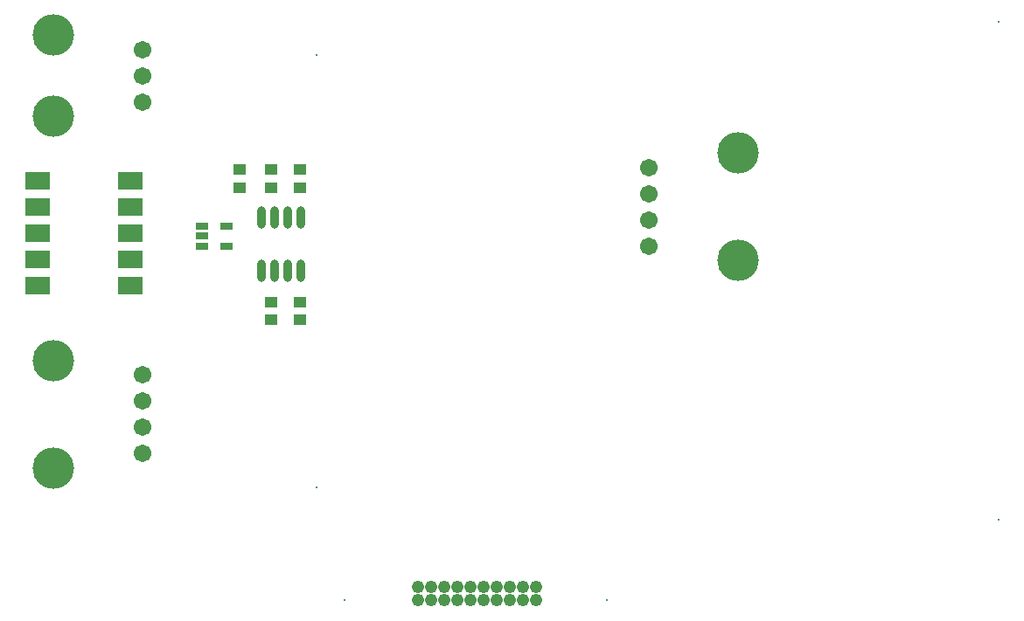
<source format=gts>
G04 Layer_Color=8388736*
%FSLAX24Y24*%
%MOIN*%
G70*
G01*
G75*
%ADD29R,0.0982X0.0678*%
%ADD30O,0.0316X0.0848*%
%ADD31R,0.0513X0.0316*%
%ADD32R,0.0454X0.0395*%
%ADD33C,0.0080*%
%ADD34C,0.0486*%
%ADD35C,0.1576*%
%ADD36C,0.0671*%
D29*
X4559Y18000D02*
D03*
Y17000D02*
D03*
Y16000D02*
D03*
Y15000D02*
D03*
Y14000D02*
D03*
X1000D02*
D03*
Y15000D02*
D03*
Y16000D02*
D03*
Y17000D02*
D03*
Y18000D02*
D03*
D30*
X9550Y14573D02*
D03*
X11050Y16581D02*
D03*
X10550D02*
D03*
X10050D02*
D03*
X9550D02*
D03*
X11050Y14573D02*
D03*
X10550D02*
D03*
X10050D02*
D03*
D31*
X7278Y15877D02*
D03*
Y16251D02*
D03*
Y15503D02*
D03*
X8222D02*
D03*
Y16251D02*
D03*
D32*
X8700Y17742D02*
D03*
Y18411D02*
D03*
X11000Y13361D02*
D03*
Y12692D02*
D03*
X9900Y12692D02*
D03*
Y13361D02*
D03*
Y17742D02*
D03*
Y18411D02*
D03*
X11000Y17742D02*
D03*
Y18411D02*
D03*
D33*
X11650Y6300D02*
D03*
X37650Y5050D02*
D03*
Y24050D02*
D03*
X11650Y22800D02*
D03*
X12700Y2000D02*
D03*
X22700D02*
D03*
D34*
X20000D02*
D03*
Y2500D02*
D03*
X19500D02*
D03*
X19000D02*
D03*
X18500D02*
D03*
X18000D02*
D03*
X17500D02*
D03*
X17000D02*
D03*
X16500D02*
D03*
X16000D02*
D03*
X15500D02*
D03*
Y2000D02*
D03*
X16000D02*
D03*
X17000D02*
D03*
X16500D02*
D03*
X17500D02*
D03*
X18000D02*
D03*
X18500D02*
D03*
X19000D02*
D03*
X19500D02*
D03*
D35*
X1599Y11128D02*
D03*
Y7026D02*
D03*
X1598Y20449D02*
D03*
Y23551D02*
D03*
X27701Y14949D02*
D03*
Y19051D02*
D03*
D36*
X5001Y10577D02*
D03*
Y9577D02*
D03*
Y8577D02*
D03*
Y7577D02*
D03*
X5000Y21000D02*
D03*
Y22000D02*
D03*
Y23000D02*
D03*
X24299Y15500D02*
D03*
Y16500D02*
D03*
Y17500D02*
D03*
Y18500D02*
D03*
M02*

</source>
